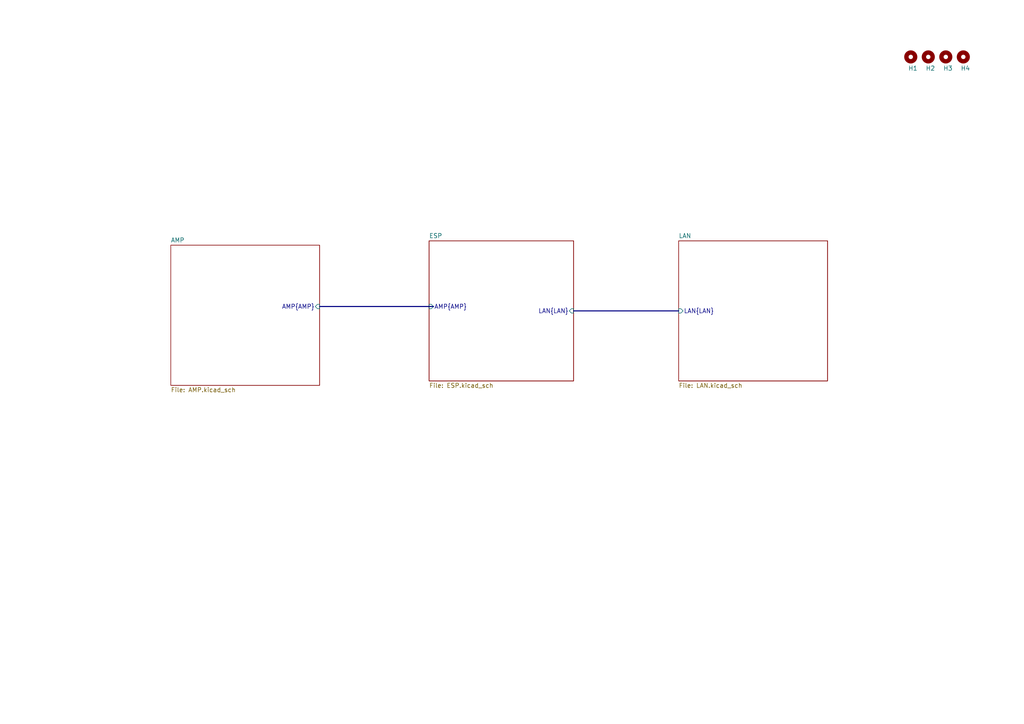
<source format=kicad_sch>
(kicad_sch (version 20250114) (generator "eeschema") (generator_version "9.0")
  (paper "A4")
  (lib_symbols
    (symbol "Mechanical:MountingHole" (pin_names (offset 1.016)) (exclude_from_sim yes) (in_bom no)
      (property "Reference" "H" (at 0 5.08 0))
      (property "Value" "MountingHole" (at 0 3.175 0))
      (symbol "MountingHole_0_1"
        (circle (center 0 0) (radius 1.27) (stroke (width 1.27)))
      )
    )
  )
  (bus (pts (xy 92.71 88.9) (xy 125.73 88.9)))
  (bus (pts (xy 166.37 90.17) (xy 196.85 90.17)))
  (symbol (lib_id "Mechanical:MountingHole") (at 264.16 16.51 0) (unit 1) (exclude_from_sim yes) (in_bom no)
    (property "Reference" "H1" (at 263.398 19.812 0) (effects (justify left)))
    (property "Value" "MountingHole" (effects (hide yes)))
    (property "Footprint" "MountingHole:MountingHole_3.2mm_M3" (effects (hide yes)))
    (property "Description" "Mounting Hole without connection" (effects (hide yes)))
  )
  (symbol (lib_id "Mechanical:MountingHole") (at 274.32 16.51 0) (unit 1) (exclude_from_sim yes) (in_bom no)
    (property "Reference" "H3" (at 273.558 19.812 0) (effects (justify left)))
    (property "Value" "MountingHole" (effects (hide yes)))
    (property "Footprint" "MountingHole:MountingHole_3.2mm_M3" (effects (hide yes)))
    (property "Description" "Mounting Hole without connection" (effects (hide yes)))
  )
  (symbol (lib_id "Mechanical:MountingHole") (at 279.4 16.51 0) (unit 1) (exclude_from_sim yes) (in_bom no)
    (property "Reference" "H4" (at 278.638 19.812 0) (effects (justify left)))
    (property "Value" "MountingHole" (effects (hide yes)))
    (property "Footprint" "MountingHole:MountingHole_3.2mm_M3" (effects (hide yes)))
    (property "Description" "Mounting Hole without connection" (effects (hide yes)))
  )
  (symbol (lib_id "Mechanical:MountingHole") (at 269.24 16.51 0) (unit 1) (exclude_from_sim yes) (in_bom no)
    (property "Reference" "H2" (at 268.478 19.812 0) (effects (justify left)))
    (property "Value" "MountingHole" (effects (hide yes)))
    (property "Footprint" "MountingHole:MountingHole_3.2mm_M3" (effects (hide yes)))
    (property "Description" "Mounting Hole without connection" (effects (hide yes)))
  )
  (sheet (at 49.53 71.12) (size 43.18 40.64) (stroke (width 0.1524))
    (property "Sheetname" "AMP" (at 49.53 70.4084 0) (effects (justify left bottom)))
    (property "Sheetfile" "AMP.kicad_sch" (at 49.53 112.3446 0) (effects (justify left top)))
    (pin "AMP{AMP}" input (at 92.71 88.9 0))
  )
  (sheet (at 196.85 69.85) (size 43.18 40.64) (stroke (width 0.1524))
    (property "Sheetname" "LAN" (at 196.85 69.1384 0) (effects (justify left bottom)))
    (property "Sheetfile" "LAN.kicad_sch" (at 196.85 111.0746 0) (effects (justify left top)))
    (pin "LAN{LAN}" input (at 196.85 90.17 180))
  )
  (sheet (at 124.46 69.85) (size 41.91 40.64) (stroke (width 0.1524))
    (property "Sheetname" "ESP" (at 124.46 69.1384 0) (effects (justify left bottom)))
    (property "Sheetfile" "ESP.kicad_sch" (at 124.46 111.0746 0) (effects (justify left top)))
    (pin "AMP{AMP}" input (at 124.46 88.9 180))
    (pin "LAN{LAN}" input (at 166.37 90.17 0))
  )
)
</source>
